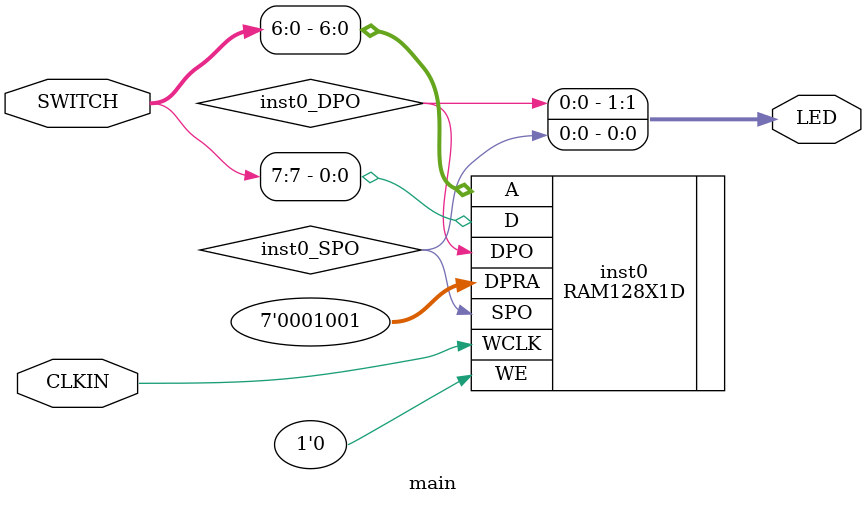
<source format=v>
module main (output [1:0] LED, input [7:0] SWITCH, input  CLKIN);
wire  inst0_SPO;
wire  inst0_DPO;
RAM128X1D #(.INIT(128'h33333333333333333333333333333333)) inst0 (.A({SWITCH[6],SWITCH[5],SWITCH[4],SWITCH[3],SWITCH[2],SWITCH[1],SWITCH[0]}), .DPRA({1'b0,1'b0,1'b0,1'b1,1'b0,1'b0,1'b1}), .D(SWITCH[7]), .SPO(inst0_SPO), .DPO(inst0_DPO), .WE(1'b0), .WCLK(CLKIN));
assign LED = {inst0_DPO,inst0_SPO};
endmodule


</source>
